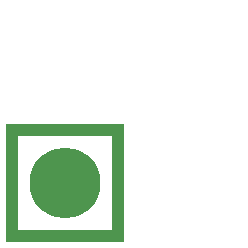
<source format=gbr>
G04TEST4 - AB without Region*
%FSLAX26Y26*%
%MOMM*%
G01*
G75*
%ADD010C,6.000000*%
%ADD012R,10.000000X10.000000*%
%ADD014R,8.000000X8.000000*%
%ABD101*%
%LPD*%
D012*
X0Y0D03*
%LPC*%
D014*
X0Y0D03*
%LPD*%
D010*
X0Y0D03*
%AB*%
%LPD*%
D101*
X0Y0D03*
X15000000Y15000000D03*
M02*

</source>
